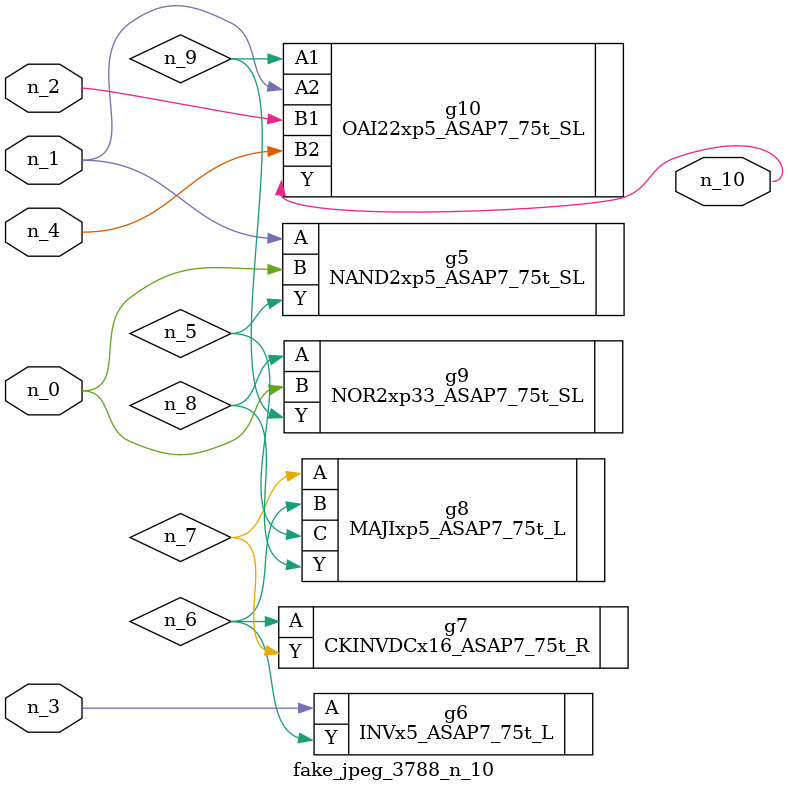
<source format=v>
module fake_jpeg_3788_n_10 (n_3, n_2, n_1, n_0, n_4, n_10);

input n_3;
input n_2;
input n_1;
input n_0;
input n_4;

output n_10;

wire n_8;
wire n_9;
wire n_6;
wire n_5;
wire n_7;

NAND2xp5_ASAP7_75t_SL g5 ( 
.A(n_1),
.B(n_0),
.Y(n_5)
);

INVx5_ASAP7_75t_L g6 ( 
.A(n_3),
.Y(n_6)
);

CKINVDCx16_ASAP7_75t_R g7 ( 
.A(n_6),
.Y(n_7)
);

MAJIxp5_ASAP7_75t_L g8 ( 
.A(n_7),
.B(n_6),
.C(n_5),
.Y(n_8)
);

NOR2xp33_ASAP7_75t_SL g9 ( 
.A(n_8),
.B(n_0),
.Y(n_9)
);

OAI22xp5_ASAP7_75t_SL g10 ( 
.A1(n_9),
.A2(n_1),
.B1(n_2),
.B2(n_4),
.Y(n_10)
);


endmodule
</source>
